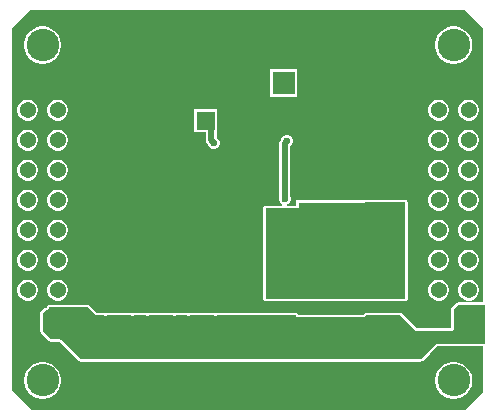
<source format=gbl>
G04*
G04 #@! TF.GenerationSoftware,Altium Limited,Altium Designer,22.3.1 (43)*
G04*
G04 Layer_Physical_Order=2*
G04 Layer_Color=16711680*
%FSLAX25Y25*%
%MOIN*%
G70*
G04*
G04 #@! TF.SameCoordinates,F80411C8-1A31-43C8-AF9B-28CD4ED9FA2C*
G04*
G04*
G04 #@! TF.FilePolarity,Positive*
G04*
G01*
G75*
%ADD21R,0.05924X0.06127*%
%ADD37C,0.01968*%
%ADD38R,0.05394X0.05394*%
%ADD39C,0.05394*%
%ADD40C,0.07677*%
%ADD41R,0.07677X0.07677*%
%ADD42C,0.10827*%
%ADD43C,0.02362*%
%ADD44R,0.21260X0.11417*%
%ADD45R,0.07898X0.07889*%
G36*
X159843Y17717D02*
X143645D01*
X143645Y17717D01*
X143645Y17717D01*
X143307D01*
X140629Y15038D01*
X138303Y12712D01*
X138246Y12655D01*
X138246Y12655D01*
X138245Y12655D01*
X138241Y12654D01*
X138112Y12601D01*
X138109Y12598D01*
X138109Y12598D01*
X138028D01*
X138028Y12598D01*
X81475Y12598D01*
X24964D01*
X24964Y12598D01*
X24883D01*
X24880Y12601D01*
X24751Y12654D01*
X24746Y12655D01*
X24746Y12655D01*
X24746Y12655D01*
X21548Y15854D01*
X18349Y19052D01*
X18349Y19052D01*
X18110Y19291D01*
X15121D01*
X15121Y19291D01*
X15041D01*
X15037Y19294D01*
X14908Y19347D01*
X14904Y19348D01*
X14904Y19348D01*
X14904Y19348D01*
X12262Y21990D01*
X12262Y21990D01*
X12261Y21995D01*
X12261Y21995D01*
X12207Y22124D01*
X12205Y22128D01*
X12205Y22128D01*
Y22208D01*
X12205Y22208D01*
Y25113D01*
Y27792D01*
X12205Y27792D01*
Y27872D01*
X12207Y27876D01*
X12261Y28005D01*
X12262Y28010D01*
X12318Y28066D01*
X12318Y28066D01*
X12989Y28737D01*
X13024Y28760D01*
X13052Y28774D01*
X13061Y28776D01*
X13066Y28775D01*
X13081Y28776D01*
X13088Y28775D01*
X13152Y28779D01*
X13159Y28781D01*
X13201Y28783D01*
X13202D01*
X13208Y28782D01*
X13216Y28783D01*
X13336Y28783D01*
X13362Y28789D01*
X13374Y28794D01*
X13383Y28794D01*
X13428Y28816D01*
X13454Y28827D01*
X13461Y28827D01*
X13472Y28832D01*
X13521Y28841D01*
X13579Y28864D01*
X13632Y28899D01*
X13649Y28906D01*
X13663Y28915D01*
X13679Y28922D01*
X13694Y28933D01*
X13751Y28959D01*
X13801Y28995D01*
X13818Y29003D01*
X13971Y29114D01*
X14003Y29148D01*
X14030Y29167D01*
X14053Y29191D01*
X14091Y29219D01*
X14123Y29254D01*
X14158Y29285D01*
X14186Y29324D01*
X14211Y29346D01*
X14230Y29373D01*
X14230Y29373D01*
X14265Y29404D01*
X14320Y29479D01*
X14354Y29553D01*
X14402Y29619D01*
X14403Y29620D01*
X14421Y29697D01*
X14455Y29768D01*
X14466Y29814D01*
X14466Y29823D01*
X14484Y29847D01*
X14503Y29887D01*
X14530Y29914D01*
X14576Y29921D01*
X27005D01*
X27005Y29921D01*
X27085D01*
X27089Y29919D01*
X27218Y29865D01*
X27222Y29864D01*
X27222Y29864D01*
X27222Y29864D01*
X29682Y27404D01*
X29682Y27404D01*
X29921Y27165D01*
X32748D01*
X33010Y27154D01*
X33028Y27156D01*
X33046Y27153D01*
X33046Y27153D01*
X42544D01*
X42562Y27156D01*
X42581Y27154D01*
X42843Y27165D01*
X46527D01*
X46789Y27154D01*
X46808Y27156D01*
X46826Y27153D01*
X46826Y27153D01*
X56324D01*
X56342Y27156D01*
X56360Y27154D01*
X56622Y27165D01*
X60307D01*
X60569Y27154D01*
X60587Y27156D01*
X60605Y27153D01*
X60605Y27153D01*
X70104D01*
X70122Y27156D01*
X70140Y27154D01*
X70402Y27165D01*
X96557D01*
X96564Y27161D01*
X96619Y27138D01*
X96632Y27125D01*
X96658Y27063D01*
X96694Y27010D01*
X96694Y27010D01*
X96703Y26996D01*
X96733Y26922D01*
X96790Y26865D01*
X96835Y26798D01*
X96902Y26754D01*
X96958Y26697D01*
X97032Y26666D01*
X97100Y26621D01*
X97178Y26606D01*
X97252Y26575D01*
X97252Y26575D01*
X97333Y26575D01*
X97412Y26559D01*
X97412D01*
X97412Y26559D01*
X119124D01*
X119436Y26621D01*
X119569Y26710D01*
X119700Y26798D01*
X119833Y26996D01*
X119833Y26996D01*
X119842Y27010D01*
X119842Y27010D01*
X119877Y27063D01*
X119903Y27125D01*
X119916Y27138D01*
X119972Y27161D01*
X119978Y27165D01*
X131335D01*
X131335Y27165D01*
X131416D01*
X131420Y27163D01*
X131548Y27110D01*
X131553Y27109D01*
X131553Y27108D01*
X131553Y27108D01*
X133160Y25501D01*
X136375Y22286D01*
X136375Y22286D01*
X136614Y22047D01*
X136952D01*
X136952Y22047D01*
X136952Y22047D01*
X148819D01*
X149213Y22441D01*
Y28973D01*
X149213Y28973D01*
Y29054D01*
X149215Y29057D01*
X149268Y29186D01*
X149269Y29191D01*
X149269Y29191D01*
X149269Y29191D01*
X150674Y30595D01*
X150730Y30652D01*
X150731Y30652D01*
X150731Y30652D01*
X150735Y30653D01*
X150864Y30706D01*
X150868Y30709D01*
X150868Y30709D01*
X150948D01*
X150948Y30709D01*
X159843D01*
Y17717D01*
D02*
G37*
G36*
X159055Y122835D02*
Y31524D01*
X150868D01*
X150789Y31509D01*
X150708Y31509D01*
X150634Y31478D01*
X150556Y31462D01*
X150552Y31460D01*
X150423Y31406D01*
X150418Y31405D01*
X150351Y31361D01*
X150277Y31330D01*
X150220Y31273D01*
X150154Y31229D01*
X150097Y31172D01*
X150097Y31172D01*
X150097Y31172D01*
X148693Y29767D01*
X148648Y29701D01*
X148591Y29644D01*
X148561Y29570D01*
X148516Y29503D01*
X148515Y29498D01*
X148515Y29498D01*
X148462Y29370D01*
X148459Y29366D01*
X148443Y29287D01*
X148413Y29213D01*
X148413Y29132D01*
X148397Y29054D01*
Y28973D01*
X148397Y28973D01*
Y22863D01*
X136952D01*
X136952Y22863D01*
X136952Y22863D01*
X134541Y25274D01*
X134541Y25274D01*
X132130Y27685D01*
X132063Y27730D01*
X132006Y27787D01*
X131932Y27817D01*
X131865Y27862D01*
X131860Y27863D01*
X131860Y27863D01*
X131732Y27916D01*
X131728Y27919D01*
X131649Y27935D01*
X131575Y27965D01*
X131495Y27965D01*
X131416Y27981D01*
X131335D01*
X131335Y27981D01*
X119978D01*
X119899Y27965D01*
X119819D01*
X119748Y27951D01*
X119748D01*
X119674Y27920D01*
X119666Y27919D01*
X119659Y27915D01*
X119570Y27877D01*
X119454Y27829D01*
X119454Y27829D01*
X119229Y27604D01*
X119229Y27604D01*
X119211Y27578D01*
X119164Y27463D01*
X119154Y27449D01*
X119124Y27375D01*
X97412D01*
X97412Y27375D01*
X97381Y27449D01*
X97372Y27463D01*
X97324Y27578D01*
X97307Y27604D01*
X97082Y27830D01*
X96876Y27915D01*
X96870Y27919D01*
X96862Y27920D01*
X96788Y27951D01*
X96788D01*
X96717Y27965D01*
X96636D01*
X96557Y27981D01*
X70598D01*
X70384Y27981D01*
X70104Y27969D01*
X70104Y27969D01*
X60605D01*
X60605Y27969D01*
X60325Y27981D01*
X56819D01*
X56604Y27981D01*
X56324Y27969D01*
X56324Y27969D01*
X46826D01*
X46826Y27969D01*
X46545Y27981D01*
X43039D01*
X42825Y27981D01*
X42544Y27969D01*
X42544Y27969D01*
X33046D01*
X33046Y27969D01*
X32766Y27981D01*
X30259D01*
X30259Y27981D01*
X30259Y27981D01*
X30259Y27981D01*
X27799Y30441D01*
X27732Y30486D01*
X27675Y30543D01*
X27601Y30573D01*
X27534Y30618D01*
X27530Y30619D01*
X27530Y30619D01*
X27401Y30672D01*
X27397Y30675D01*
X27319Y30691D01*
X27244Y30721D01*
X27164Y30721D01*
X27085Y30737D01*
X27005D01*
X27005Y30737D01*
X14552D01*
X14532Y30733D01*
X14529Y30733D01*
X14487Y30725D01*
X14430Y30728D01*
X14407Y30724D01*
X14314Y30691D01*
X14217Y30671D01*
X14165Y30637D01*
X14108Y30616D01*
X14034Y30550D01*
X13952Y30495D01*
X13936Y30478D01*
X13904Y30431D01*
X13872Y30402D01*
X13871Y30400D01*
X13856Y30386D01*
X13849Y30376D01*
X13828Y30332D01*
X13810Y30307D01*
X13796Y30278D01*
X13767Y30239D01*
X13746Y30194D01*
X13746Y30194D01*
X13745Y30193D01*
X13745Y30193D01*
X13735Y30163D01*
X13717Y30138D01*
X13711Y30112D01*
X13691Y30077D01*
X13681Y30048D01*
X13679Y30031D01*
X13679Y30028D01*
X13674Y30019D01*
X13674Y30008D01*
X13663Y29963D01*
X13662Y29962D01*
X13607Y29887D01*
X13573Y29855D01*
X13553Y29829D01*
X13527Y29810D01*
X13495Y29775D01*
X13341Y29665D01*
X13324Y29657D01*
X13274Y29621D01*
X13216Y29598D01*
X13203Y29588D01*
X13177Y29583D01*
X13104Y29594D01*
X13039Y29590D01*
X13007Y29594D01*
X12953Y29580D01*
X12898Y29580D01*
X12895Y29580D01*
X12894Y29579D01*
X12893D01*
X12795Y29539D01*
X12699Y29513D01*
X12657Y29482D01*
X12600Y29458D01*
X12600Y29458D01*
X12599Y29457D01*
X12536Y29415D01*
X12479Y29359D01*
X12412Y29314D01*
X11742Y28643D01*
X11742Y28643D01*
X11685Y28586D01*
X11640Y28520D01*
X11584Y28463D01*
X11564Y28415D01*
X11532Y28374D01*
X11524Y28346D01*
X11508Y28322D01*
X11507Y28317D01*
X11507Y28317D01*
X11454Y28188D01*
X11451Y28185D01*
X11435Y28106D01*
X11405Y28032D01*
X11405Y27951D01*
X11389Y27872D01*
Y27792D01*
X11389Y27792D01*
Y25113D01*
Y22128D01*
X11405Y22049D01*
X11405Y21968D01*
X11435Y21894D01*
X11451Y21815D01*
X11454Y21812D01*
X11507Y21683D01*
X11507Y21683D01*
X11508Y21678D01*
X11553Y21611D01*
X11583Y21537D01*
X11640Y21480D01*
X11685Y21414D01*
X14327Y18771D01*
X14394Y18727D01*
X14450Y18670D01*
X14525Y18639D01*
X14592Y18595D01*
X14596Y18594D01*
X14596Y18594D01*
X14725Y18540D01*
X14729Y18538D01*
X14807Y18522D01*
X14882Y18491D01*
X14962Y18491D01*
X15041Y18476D01*
X15121D01*
X15121Y18476D01*
X17772D01*
X17772Y18476D01*
X20971Y15277D01*
X24170Y12078D01*
X24236Y12034D01*
X24293Y11977D01*
X24367Y11946D01*
X24434Y11902D01*
X24439Y11901D01*
X24439Y11901D01*
X24567Y11847D01*
X24571Y11845D01*
X24650Y11829D01*
X24724Y11799D01*
X24805Y11798D01*
X24883Y11783D01*
X24964D01*
X24964Y11783D01*
X81475D01*
X138109Y11783D01*
X138188Y11798D01*
X138268Y11798D01*
X138342Y11829D01*
X138421Y11845D01*
X138425Y11847D01*
X138553Y11901D01*
X138553Y11901D01*
X138558Y11902D01*
X138625Y11947D01*
X138700Y11977D01*
X138756Y12034D01*
X138822Y12078D01*
X138879Y12135D01*
X141205Y14461D01*
X141205Y14461D01*
X143645Y16901D01*
X143645Y16901D01*
X159055D01*
Y1575D01*
X153150Y-4331D01*
X8661D01*
X1969Y2362D01*
Y122835D01*
X8268Y129134D01*
X152756D01*
X159055Y122835D01*
D02*
G37*
%LPC*%
G36*
X12817Y123536D02*
X11593D01*
X10392Y123298D01*
X9262Y122829D01*
X8244Y122149D01*
X7378Y121284D01*
X6698Y120266D01*
X6230Y119135D01*
X5991Y117935D01*
Y116711D01*
X6230Y115510D01*
X6698Y114380D01*
X7378Y113362D01*
X8244Y112496D01*
X9262Y111817D01*
X10392Y111348D01*
X11593Y111109D01*
X12817D01*
X14017Y111348D01*
X15148Y111817D01*
X16166Y112496D01*
X17031Y113362D01*
X17711Y114380D01*
X18179Y115510D01*
X18418Y116711D01*
Y117935D01*
X18179Y119135D01*
X17711Y120266D01*
X17031Y121284D01*
X16166Y122149D01*
X15148Y122829D01*
X14017Y123298D01*
X12817Y123536D01*
D02*
G37*
G36*
X149825Y123536D02*
X148601D01*
X147400Y123298D01*
X146269Y122829D01*
X145252Y122149D01*
X144386Y121284D01*
X143706Y120266D01*
X143238Y119135D01*
X142999Y117935D01*
Y116711D01*
X143238Y115510D01*
X143706Y114380D01*
X144386Y113362D01*
X145252Y112496D01*
X146269Y111817D01*
X147400Y111348D01*
X148601Y111109D01*
X149825D01*
X151025Y111348D01*
X152156Y111817D01*
X153173Y112496D01*
X154039Y113362D01*
X154719Y114380D01*
X155187Y115510D01*
X155426Y116711D01*
Y117935D01*
X155187Y119135D01*
X154719Y120266D01*
X154039Y121284D01*
X153173Y122149D01*
X152156Y122829D01*
X151025Y123298D01*
X149825Y123536D01*
D02*
G37*
G36*
X97158Y109363D02*
X87881D01*
Y100086D01*
X97158D01*
Y109363D01*
D02*
G37*
G36*
X154673Y99127D02*
X153752D01*
X152863Y98888D01*
X152066Y98428D01*
X151414Y97777D01*
X150954Y96980D01*
X150716Y96090D01*
Y95170D01*
X150954Y94280D01*
X151414Y93483D01*
X152066Y92832D01*
X152863Y92371D01*
X153752Y92133D01*
X154673D01*
X155562Y92371D01*
X156360Y92832D01*
X157011Y93483D01*
X157471Y94280D01*
X157709Y95170D01*
Y96090D01*
X157471Y96980D01*
X157011Y97777D01*
X156360Y98428D01*
X155562Y98888D01*
X154673Y99127D01*
D02*
G37*
G36*
X144673D02*
X143752D01*
X142863Y98888D01*
X142066Y98428D01*
X141414Y97777D01*
X140954Y96980D01*
X140716Y96090D01*
Y95170D01*
X140954Y94280D01*
X141414Y93483D01*
X142066Y92832D01*
X142863Y92371D01*
X143752Y92133D01*
X144673D01*
X145562Y92371D01*
X146360Y92832D01*
X147011Y93483D01*
X147471Y94280D01*
X147709Y95170D01*
Y96090D01*
X147471Y96980D01*
X147011Y97777D01*
X146360Y98428D01*
X145562Y98888D01*
X144673Y99127D01*
D02*
G37*
G36*
X17665D02*
X16744D01*
X15855Y98888D01*
X15058Y98428D01*
X14406Y97777D01*
X13946Y96980D01*
X13708Y96090D01*
Y95170D01*
X13946Y94280D01*
X14406Y93483D01*
X15058Y92832D01*
X15855Y92371D01*
X16744Y92133D01*
X17665D01*
X18554Y92371D01*
X19352Y92832D01*
X20003Y93483D01*
X20463Y94280D01*
X20702Y95170D01*
Y96090D01*
X20463Y96980D01*
X20003Y97777D01*
X19352Y98428D01*
X18554Y98888D01*
X17665Y99127D01*
D02*
G37*
G36*
X7665D02*
X6744D01*
X5855Y98888D01*
X5058Y98428D01*
X4407Y97777D01*
X3946Y96980D01*
X3708Y96090D01*
Y95170D01*
X3946Y94280D01*
X4407Y93483D01*
X5058Y92832D01*
X5855Y92371D01*
X6744Y92133D01*
X7665D01*
X8554Y92371D01*
X9352Y92832D01*
X10003Y93483D01*
X10463Y94280D01*
X10702Y95170D01*
Y96090D01*
X10463Y96980D01*
X10003Y97777D01*
X9352Y98428D01*
X8554Y98888D01*
X7665Y99127D01*
D02*
G37*
G36*
X70300Y95989D02*
X62777D01*
Y88263D01*
X66697D01*
Y85527D01*
X66697Y85527D01*
X66835Y84831D01*
X67230Y84241D01*
X67375Y84096D01*
X67612Y83523D01*
X68169Y82966D01*
X68897Y82665D01*
X69685D01*
X70414Y82966D01*
X70971Y83523D01*
X71272Y84252D01*
Y85040D01*
X70971Y85768D01*
X70414Y86325D01*
X70335Y86358D01*
Y90148D01*
X70335Y90148D01*
X70300Y90324D01*
Y95989D01*
D02*
G37*
G36*
X154673Y89127D02*
X153752D01*
X152863Y88889D01*
X152066Y88428D01*
X151414Y87777D01*
X150954Y86980D01*
X150716Y86090D01*
Y85170D01*
X150954Y84280D01*
X151414Y83483D01*
X152066Y82832D01*
X152863Y82371D01*
X153752Y82133D01*
X154673D01*
X155562Y82371D01*
X156360Y82832D01*
X157011Y83483D01*
X157471Y84280D01*
X157709Y85170D01*
Y86090D01*
X157471Y86980D01*
X157011Y87777D01*
X156360Y88428D01*
X155562Y88889D01*
X154673Y89127D01*
D02*
G37*
G36*
X144673D02*
X143752D01*
X142863Y88889D01*
X142066Y88428D01*
X141414Y87777D01*
X140954Y86980D01*
X140716Y86090D01*
Y85170D01*
X140954Y84280D01*
X141414Y83483D01*
X142066Y82832D01*
X142863Y82371D01*
X143752Y82133D01*
X144673D01*
X145562Y82371D01*
X146360Y82832D01*
X147011Y83483D01*
X147471Y84280D01*
X147709Y85170D01*
Y86090D01*
X147471Y86980D01*
X147011Y87777D01*
X146360Y88428D01*
X145562Y88889D01*
X144673Y89127D01*
D02*
G37*
G36*
X17665D02*
X16744D01*
X15855Y88889D01*
X15058Y88428D01*
X14406Y87777D01*
X13946Y86980D01*
X13708Y86090D01*
Y85170D01*
X13946Y84280D01*
X14406Y83483D01*
X15058Y82832D01*
X15855Y82371D01*
X16744Y82133D01*
X17665D01*
X18554Y82371D01*
X19352Y82832D01*
X20003Y83483D01*
X20463Y84280D01*
X20702Y85170D01*
Y86090D01*
X20463Y86980D01*
X20003Y87777D01*
X19352Y88428D01*
X18554Y88889D01*
X17665Y89127D01*
D02*
G37*
G36*
X7665D02*
X6744D01*
X5855Y88889D01*
X5058Y88428D01*
X4407Y87777D01*
X3946Y86980D01*
X3708Y86090D01*
Y85170D01*
X3946Y84280D01*
X4407Y83483D01*
X5058Y82832D01*
X5855Y82371D01*
X6744Y82133D01*
X7665D01*
X8554Y82371D01*
X9352Y82832D01*
X10003Y83483D01*
X10463Y84280D01*
X10702Y85170D01*
Y86090D01*
X10463Y86980D01*
X10003Y87777D01*
X9352Y88428D01*
X8554Y88889D01*
X7665Y89127D01*
D02*
G37*
G36*
X154673Y79127D02*
X153752D01*
X152863Y78888D01*
X152066Y78428D01*
X151414Y77777D01*
X150954Y76980D01*
X150716Y76090D01*
Y75170D01*
X150954Y74280D01*
X151414Y73483D01*
X152066Y72832D01*
X152863Y72371D01*
X153752Y72133D01*
X154673D01*
X155562Y72371D01*
X156360Y72832D01*
X157011Y73483D01*
X157471Y74280D01*
X157709Y75170D01*
Y76090D01*
X157471Y76980D01*
X157011Y77777D01*
X156360Y78428D01*
X155562Y78888D01*
X154673Y79127D01*
D02*
G37*
G36*
X144673D02*
X143752D01*
X142863Y78888D01*
X142066Y78428D01*
X141414Y77777D01*
X140954Y76980D01*
X140716Y76090D01*
Y75170D01*
X140954Y74280D01*
X141414Y73483D01*
X142066Y72832D01*
X142863Y72371D01*
X143752Y72133D01*
X144673D01*
X145562Y72371D01*
X146360Y72832D01*
X147011Y73483D01*
X147471Y74280D01*
X147709Y75170D01*
Y76090D01*
X147471Y76980D01*
X147011Y77777D01*
X146360Y78428D01*
X145562Y78888D01*
X144673Y79127D01*
D02*
G37*
G36*
X17665D02*
X16744D01*
X15855Y78888D01*
X15058Y78428D01*
X14406Y77777D01*
X13946Y76980D01*
X13708Y76090D01*
Y75170D01*
X13946Y74280D01*
X14406Y73483D01*
X15058Y72832D01*
X15855Y72371D01*
X16744Y72133D01*
X17665D01*
X18554Y72371D01*
X19352Y72832D01*
X20003Y73483D01*
X20463Y74280D01*
X20702Y75170D01*
Y76090D01*
X20463Y76980D01*
X20003Y77777D01*
X19352Y78428D01*
X18554Y78888D01*
X17665Y79127D01*
D02*
G37*
G36*
X7665D02*
X6744D01*
X5855Y78888D01*
X5058Y78428D01*
X4407Y77777D01*
X3946Y76980D01*
X3708Y76090D01*
Y75170D01*
X3946Y74280D01*
X4407Y73483D01*
X5058Y72832D01*
X5855Y72371D01*
X6744Y72133D01*
X7665D01*
X8554Y72371D01*
X9352Y72832D01*
X10003Y73483D01*
X10463Y74280D01*
X10702Y75170D01*
Y76090D01*
X10463Y76980D01*
X10003Y77777D01*
X9352Y78428D01*
X8554Y78888D01*
X7665Y79127D01*
D02*
G37*
G36*
X154673Y69127D02*
X153752D01*
X152863Y68888D01*
X152066Y68428D01*
X151414Y67777D01*
X150954Y66980D01*
X150716Y66090D01*
Y65170D01*
X150954Y64280D01*
X151414Y63483D01*
X152066Y62832D01*
X152863Y62371D01*
X153752Y62133D01*
X154673D01*
X155562Y62371D01*
X156360Y62832D01*
X157011Y63483D01*
X157471Y64280D01*
X157709Y65170D01*
Y66090D01*
X157471Y66980D01*
X157011Y67777D01*
X156360Y68428D01*
X155562Y68888D01*
X154673Y69127D01*
D02*
G37*
G36*
X144673D02*
X143752D01*
X142863Y68888D01*
X142066Y68428D01*
X141414Y67777D01*
X140954Y66980D01*
X140716Y66090D01*
Y65170D01*
X140954Y64280D01*
X141414Y63483D01*
X142066Y62832D01*
X142863Y62371D01*
X143752Y62133D01*
X144673D01*
X145562Y62371D01*
X146360Y62832D01*
X147011Y63483D01*
X147471Y64280D01*
X147709Y65170D01*
Y66090D01*
X147471Y66980D01*
X147011Y67777D01*
X146360Y68428D01*
X145562Y68888D01*
X144673Y69127D01*
D02*
G37*
G36*
X17665D02*
X16744D01*
X15855Y68888D01*
X15058Y68428D01*
X14406Y67777D01*
X13946Y66980D01*
X13708Y66090D01*
Y65170D01*
X13946Y64280D01*
X14406Y63483D01*
X15058Y62832D01*
X15855Y62371D01*
X16744Y62133D01*
X17665D01*
X18554Y62371D01*
X19352Y62832D01*
X20003Y63483D01*
X20463Y64280D01*
X20702Y65170D01*
Y66090D01*
X20463Y66980D01*
X20003Y67777D01*
X19352Y68428D01*
X18554Y68888D01*
X17665Y69127D01*
D02*
G37*
G36*
X7665D02*
X6744D01*
X5855Y68888D01*
X5058Y68428D01*
X4407Y67777D01*
X3946Y66980D01*
X3708Y66090D01*
Y65170D01*
X3946Y64280D01*
X4407Y63483D01*
X5058Y62832D01*
X5855Y62371D01*
X6744Y62133D01*
X7665D01*
X8554Y62371D01*
X9352Y62832D01*
X10003Y63483D01*
X10463Y64280D01*
X10702Y65170D01*
Y66090D01*
X10463Y66980D01*
X10003Y67777D01*
X9352Y68428D01*
X8554Y68888D01*
X7665Y69127D01*
D02*
G37*
G36*
X154673Y59127D02*
X153752D01*
X152863Y58889D01*
X152066Y58428D01*
X151414Y57777D01*
X150954Y56980D01*
X150716Y56090D01*
Y55170D01*
X150954Y54280D01*
X151414Y53483D01*
X152066Y52832D01*
X152863Y52371D01*
X153752Y52133D01*
X154673D01*
X155562Y52371D01*
X156360Y52832D01*
X157011Y53483D01*
X157471Y54280D01*
X157709Y55170D01*
Y56090D01*
X157471Y56980D01*
X157011Y57777D01*
X156360Y58428D01*
X155562Y58889D01*
X154673Y59127D01*
D02*
G37*
G36*
X144673D02*
X143752D01*
X142863Y58889D01*
X142066Y58428D01*
X141414Y57777D01*
X140954Y56980D01*
X140716Y56090D01*
Y55170D01*
X140954Y54280D01*
X141414Y53483D01*
X142066Y52832D01*
X142863Y52371D01*
X143752Y52133D01*
X144673D01*
X145562Y52371D01*
X146360Y52832D01*
X147011Y53483D01*
X147471Y54280D01*
X147709Y55170D01*
Y56090D01*
X147471Y56980D01*
X147011Y57777D01*
X146360Y58428D01*
X145562Y58889D01*
X144673Y59127D01*
D02*
G37*
G36*
X17665D02*
X16744D01*
X15855Y58889D01*
X15058Y58428D01*
X14406Y57777D01*
X13946Y56980D01*
X13708Y56090D01*
Y55170D01*
X13946Y54280D01*
X14406Y53483D01*
X15058Y52832D01*
X15855Y52371D01*
X16744Y52133D01*
X17665D01*
X18554Y52371D01*
X19352Y52832D01*
X20003Y53483D01*
X20463Y54280D01*
X20702Y55170D01*
Y56090D01*
X20463Y56980D01*
X20003Y57777D01*
X19352Y58428D01*
X18554Y58889D01*
X17665Y59127D01*
D02*
G37*
G36*
X7665D02*
X6744D01*
X5855Y58889D01*
X5058Y58428D01*
X4407Y57777D01*
X3946Y56980D01*
X3708Y56090D01*
Y55170D01*
X3946Y54280D01*
X4407Y53483D01*
X5058Y52832D01*
X5855Y52371D01*
X6744Y52133D01*
X7665D01*
X8554Y52371D01*
X9352Y52832D01*
X10003Y53483D01*
X10463Y54280D01*
X10702Y55170D01*
Y56090D01*
X10463Y56980D01*
X10003Y57777D01*
X9352Y58428D01*
X8554Y58889D01*
X7665Y59127D01*
D02*
G37*
G36*
X154673Y49127D02*
X153752D01*
X152863Y48888D01*
X152066Y48428D01*
X151414Y47777D01*
X150954Y46980D01*
X150716Y46090D01*
Y45169D01*
X150954Y44280D01*
X151414Y43483D01*
X152066Y42832D01*
X152863Y42371D01*
X153752Y42133D01*
X154673D01*
X155562Y42371D01*
X156360Y42832D01*
X157011Y43483D01*
X157471Y44280D01*
X157709Y45169D01*
Y46090D01*
X157471Y46980D01*
X157011Y47777D01*
X156360Y48428D01*
X155562Y48888D01*
X154673Y49127D01*
D02*
G37*
G36*
X144673D02*
X143752D01*
X142863Y48888D01*
X142066Y48428D01*
X141414Y47777D01*
X140954Y46980D01*
X140716Y46090D01*
Y45169D01*
X140954Y44280D01*
X141414Y43483D01*
X142066Y42832D01*
X142863Y42371D01*
X143752Y42133D01*
X144673D01*
X145562Y42371D01*
X146360Y42832D01*
X147011Y43483D01*
X147471Y44280D01*
X147709Y45169D01*
Y46090D01*
X147471Y46980D01*
X147011Y47777D01*
X146360Y48428D01*
X145562Y48888D01*
X144673Y49127D01*
D02*
G37*
G36*
X17665D02*
X16744D01*
X15855Y48888D01*
X15058Y48428D01*
X14406Y47777D01*
X13946Y46980D01*
X13708Y46090D01*
Y45169D01*
X13946Y44280D01*
X14406Y43483D01*
X15058Y42832D01*
X15855Y42371D01*
X16744Y42133D01*
X17665D01*
X18554Y42371D01*
X19352Y42832D01*
X20003Y43483D01*
X20463Y44280D01*
X20702Y45169D01*
Y46090D01*
X20463Y46980D01*
X20003Y47777D01*
X19352Y48428D01*
X18554Y48888D01*
X17665Y49127D01*
D02*
G37*
G36*
X7665D02*
X6744D01*
X5855Y48888D01*
X5058Y48428D01*
X4407Y47777D01*
X3946Y46980D01*
X3708Y46090D01*
Y45169D01*
X3946Y44280D01*
X4407Y43483D01*
X5058Y42832D01*
X5855Y42371D01*
X6744Y42133D01*
X7665D01*
X8554Y42371D01*
X9352Y42832D01*
X10003Y43483D01*
X10463Y44280D01*
X10702Y45169D01*
Y46090D01*
X10463Y46980D01*
X10003Y47777D01*
X9352Y48428D01*
X8554Y48888D01*
X7665Y49127D01*
D02*
G37*
G36*
X154673Y39127D02*
X153752D01*
X152863Y38888D01*
X152066Y38428D01*
X151414Y37777D01*
X150954Y36980D01*
X150716Y36090D01*
Y35170D01*
X150954Y34280D01*
X151414Y33483D01*
X152066Y32832D01*
X152863Y32371D01*
X153752Y32133D01*
X154673D01*
X155562Y32371D01*
X156360Y32832D01*
X157011Y33483D01*
X157471Y34280D01*
X157709Y35170D01*
Y36090D01*
X157471Y36980D01*
X157011Y37777D01*
X156360Y38428D01*
X155562Y38888D01*
X154673Y39127D01*
D02*
G37*
G36*
X144673D02*
X143752D01*
X142863Y38888D01*
X142066Y38428D01*
X141414Y37777D01*
X140954Y36980D01*
X140716Y36090D01*
Y35170D01*
X140954Y34280D01*
X141414Y33483D01*
X142066Y32832D01*
X142863Y32371D01*
X143752Y32133D01*
X144673D01*
X145562Y32371D01*
X146360Y32832D01*
X147011Y33483D01*
X147471Y34280D01*
X147709Y35170D01*
Y36090D01*
X147471Y36980D01*
X147011Y37777D01*
X146360Y38428D01*
X145562Y38888D01*
X144673Y39127D01*
D02*
G37*
G36*
X17665D02*
X16744D01*
X15855Y38888D01*
X15058Y38428D01*
X14406Y37777D01*
X13946Y36980D01*
X13708Y36090D01*
Y35170D01*
X13946Y34280D01*
X14406Y33483D01*
X15058Y32832D01*
X15855Y32371D01*
X16744Y32133D01*
X17665D01*
X18554Y32371D01*
X19352Y32832D01*
X20003Y33483D01*
X20463Y34280D01*
X20702Y35170D01*
Y36090D01*
X20463Y36980D01*
X20003Y37777D01*
X19352Y38428D01*
X18554Y38888D01*
X17665Y39127D01*
D02*
G37*
G36*
X7665D02*
X6744D01*
X5855Y38888D01*
X5058Y38428D01*
X4407Y37777D01*
X3946Y36980D01*
X3708Y36090D01*
Y35170D01*
X3946Y34280D01*
X4407Y33483D01*
X5058Y32832D01*
X5855Y32371D01*
X6744Y32133D01*
X7665D01*
X8554Y32371D01*
X9352Y32832D01*
X10003Y33483D01*
X10463Y34280D01*
X10702Y35170D01*
Y36090D01*
X10463Y36980D01*
X10003Y37777D01*
X9352Y38428D01*
X8554Y38888D01*
X7665Y39127D01*
D02*
G37*
G36*
X94095Y87414D02*
X93307D01*
X92579Y87113D01*
X92021Y86555D01*
X91784Y85983D01*
X91627Y85826D01*
X91233Y85235D01*
X91094Y84539D01*
X91094Y84539D01*
Y66927D01*
X90932Y66536D01*
Y65748D01*
X91234Y65020D01*
X91791Y64462D01*
X92164Y64308D01*
X92065Y63808D01*
X86774D01*
X86774Y63808D01*
X86693D01*
X86614Y63792D01*
X86534Y63792D01*
X86472Y63767D01*
X86407Y63756D01*
X86407Y63756D01*
X86395Y63748D01*
X86381Y63746D01*
X86370Y63738D01*
X86370Y63738D01*
X86366Y63736D01*
X86361Y63735D01*
X86361Y63735D01*
X86309Y63699D01*
X86240Y63670D01*
X86229Y63663D01*
X86205Y63639D01*
X86192Y63630D01*
X86172Y63610D01*
X86136Y63588D01*
X86128Y63577D01*
X86106Y63562D01*
X86082Y63538D01*
X86068Y63529D01*
X86048Y63508D01*
X86048Y63508D01*
X86048Y63508D01*
X86007Y63447D01*
X85975Y63420D01*
X85968Y63407D01*
X85967Y63405D01*
X85964Y63398D01*
X85964Y63398D01*
X85943Y63377D01*
X85936Y63366D01*
X85908Y63300D01*
X85871Y63244D01*
X85871Y63244D01*
X85871Y63243D01*
X85868Y63236D01*
X85861Y63225D01*
X85851Y63179D01*
X85830Y63137D01*
X85830Y63137D01*
X85827Y63103D01*
X85814Y63072D01*
X85814Y62992D01*
X85799Y62913D01*
Y32837D01*
X85799Y32836D01*
Y32756D01*
X85814Y32677D01*
X85814Y32597D01*
X85840Y32535D01*
X85851Y32470D01*
X85851Y32470D01*
X85858Y32458D01*
X85861Y32444D01*
X85868Y32433D01*
X85868Y32433D01*
X85871Y32429D01*
X85872Y32424D01*
X85872Y32424D01*
X85908Y32372D01*
X85936Y32303D01*
X85943Y32292D01*
X85967Y32268D01*
X85976Y32255D01*
X85996Y32235D01*
X86018Y32199D01*
X86030Y32191D01*
X86045Y32168D01*
X86069Y32145D01*
X86077Y32131D01*
X86098Y32111D01*
X86098Y32111D01*
X86098Y32111D01*
X86159Y32070D01*
X86186Y32038D01*
X86200Y32031D01*
X86201Y32030D01*
X86208Y32027D01*
X86209Y32027D01*
X86229Y32006D01*
X86240Y31999D01*
X86307Y31971D01*
X86363Y31934D01*
X86363Y31934D01*
X86363Y31934D01*
X86370Y31931D01*
X86381Y31924D01*
X86427Y31914D01*
X86469Y31893D01*
X86469Y31893D01*
X86503Y31890D01*
X86534Y31877D01*
X86615Y31877D01*
X86693Y31861D01*
X132912D01*
X132912Y31861D01*
X132992D01*
X133071Y31877D01*
X133151Y31877D01*
X133213Y31903D01*
X133278Y31914D01*
X133278Y31914D01*
X133290Y31921D01*
X133304Y31924D01*
X133315Y31931D01*
X133315Y31931D01*
X133319Y31934D01*
X133324Y31935D01*
X133324Y31935D01*
X133376Y31971D01*
X133445Y31999D01*
X133456Y32006D01*
X133480Y32030D01*
X133493Y32039D01*
X133513Y32059D01*
X133549Y32081D01*
X133557Y32093D01*
X133580Y32108D01*
X133603Y32132D01*
X133617Y32140D01*
X133637Y32161D01*
X133637Y32161D01*
X133637Y32161D01*
X133678Y32222D01*
X133710Y32249D01*
X133717Y32263D01*
X133718Y32264D01*
X133721Y32271D01*
X133721Y32272D01*
X133742Y32292D01*
X133749Y32303D01*
X133777Y32370D01*
X133814Y32426D01*
X133814Y32426D01*
X133814Y32426D01*
X133817Y32433D01*
X133825Y32444D01*
X133834Y32490D01*
X133855Y32532D01*
X133855Y32532D01*
X133858Y32566D01*
X133871Y32597D01*
X133871Y32678D01*
X133887Y32756D01*
Y64801D01*
X133887Y64801D01*
Y64882D01*
X133871Y64961D01*
X133871Y65041D01*
X133845Y65102D01*
X133835Y65168D01*
X133835Y65168D01*
X133827Y65180D01*
X133824Y65194D01*
X133817Y65205D01*
X133817Y65205D01*
X133814Y65209D01*
X133813Y65214D01*
X133813Y65214D01*
X133777Y65266D01*
X133749Y65335D01*
X133742Y65346D01*
X133718Y65370D01*
X133709Y65383D01*
X133689Y65403D01*
X133667Y65438D01*
X133655Y65447D01*
X133640Y65469D01*
X133616Y65493D01*
X133608Y65506D01*
X133587Y65527D01*
X133587Y65527D01*
X133587Y65527D01*
X133526Y65568D01*
X133499Y65599D01*
X133485Y65606D01*
X133484Y65608D01*
X133477Y65611D01*
X133476Y65611D01*
X133456Y65632D01*
X133445Y65639D01*
X133378Y65667D01*
X133322Y65704D01*
X133322Y65704D01*
X133322Y65704D01*
X133315Y65707D01*
X133304Y65714D01*
X133258Y65723D01*
X133216Y65745D01*
X133216Y65745D01*
X133182Y65748D01*
X133151Y65761D01*
X133071Y65761D01*
X132992Y65776D01*
X119978D01*
X119899Y65761D01*
X119819D01*
X119745Y65746D01*
X119670Y65715D01*
X119666Y65714D01*
X119662Y65712D01*
X119451Y65624D01*
X119360Y65564D01*
X119360Y65564D01*
X96838D01*
Y63932D01*
X96822Y63853D01*
Y63808D01*
X93762D01*
X93663Y64308D01*
X94036Y64462D01*
X94593Y65020D01*
X94894Y65748D01*
Y66536D01*
X94733Y66927D01*
Y83716D01*
X94823Y83754D01*
X95380Y84311D01*
X95682Y85039D01*
Y85827D01*
X95380Y86555D01*
X94823Y87113D01*
X94095Y87414D01*
D02*
G37*
G36*
X149825Y11725D02*
X148601D01*
X147400Y11486D01*
X146269Y11018D01*
X145252Y10338D01*
X144386Y9473D01*
X143706Y8455D01*
X143238Y7324D01*
X142999Y6124D01*
Y4900D01*
X143238Y3699D01*
X143706Y2569D01*
X144386Y1551D01*
X145252Y685D01*
X146269Y6D01*
X147400Y-463D01*
X148601Y-702D01*
X149825D01*
X151025Y-463D01*
X152156Y6D01*
X153173Y685D01*
X154039Y1551D01*
X154719Y2569D01*
X155187Y3699D01*
X155426Y4900D01*
Y6124D01*
X155187Y7324D01*
X154719Y8455D01*
X154039Y9473D01*
X153173Y10338D01*
X152156Y11018D01*
X151025Y11486D01*
X149825Y11725D01*
D02*
G37*
G36*
X12817D02*
X11593D01*
X10392Y11486D01*
X9262Y11018D01*
X8244Y10338D01*
X7378Y9473D01*
X6698Y8455D01*
X6230Y7324D01*
X5991Y6124D01*
Y4900D01*
X6230Y3699D01*
X6698Y2569D01*
X7378Y1551D01*
X8244Y685D01*
X9262Y6D01*
X10392Y-463D01*
X11593Y-702D01*
X12817D01*
X14017Y-463D01*
X15148Y6D01*
X16166Y685D01*
X17031Y1551D01*
X17711Y2569D01*
X18179Y3699D01*
X18418Y4900D01*
Y6124D01*
X18179Y7324D01*
X17711Y8455D01*
X17031Y9473D01*
X16166Y10338D01*
X15148Y11018D01*
X14017Y11486D01*
X12817Y11725D01*
D02*
G37*
%LPD*%
G36*
X132992Y64961D02*
X133003Y64953D01*
X133010Y64950D01*
X133031Y64930D01*
X133040Y64916D01*
X133064Y64893D01*
X133064Y64892D01*
X133071Y64882D01*
X133071Y64882D01*
Y64801D01*
X133071Y64801D01*
Y32756D01*
X133071Y32756D01*
X133064Y32745D01*
X133061Y32738D01*
X133040Y32717D01*
X133027Y32708D01*
X133003Y32684D01*
X133003Y32684D01*
X132992Y32677D01*
X132992Y32677D01*
X132912D01*
X132912Y32677D01*
X86693D01*
X86693Y32677D01*
X86682Y32684D01*
X86675Y32688D01*
X86654Y32708D01*
X86645Y32721D01*
X86621Y32745D01*
X86621Y32745D01*
X86614Y32756D01*
X86614Y32756D01*
Y32836D01*
X86614Y32837D01*
Y62913D01*
X86614Y62913D01*
X86621Y62924D01*
X86625Y62932D01*
X86645Y62952D01*
X86658Y62961D01*
X86682Y62985D01*
X86682Y62985D01*
X86693Y62992D01*
X86693Y62992D01*
X86774D01*
X86774Y62992D01*
X97638D01*
Y63853D01*
X97650Y63892D01*
X97646Y63932D01*
X97654Y63972D01*
Y64748D01*
X119360D01*
X119439Y64764D01*
X119519D01*
X119594Y64794D01*
X119673Y64810D01*
X119739Y64855D01*
X119814Y64886D01*
X119904Y64946D01*
X119978Y64961D01*
X132992D01*
X132992Y64961D01*
D02*
G37*
D21*
X66539Y92126D02*
D03*
X59446D02*
D03*
D37*
X108268Y20866D02*
X149449D01*
X154213Y25630D01*
X105910Y23224D02*
X108268Y20866D01*
X65354Y23224D02*
X105910D01*
X37795D02*
X51575D01*
X65354D01*
X68516Y85527D02*
Y90148D01*
X69291Y84646D02*
Y84752D01*
X66539Y92126D02*
X68516Y90148D01*
Y85527D02*
X69291Y84752D01*
X92913Y84539D02*
X93701Y85326D01*
X92913Y66142D02*
Y84539D01*
X93701Y85326D02*
Y85433D01*
D38*
X154213Y25630D02*
D03*
X17205D02*
D03*
D39*
X144213D02*
D03*
X154213Y35630D02*
D03*
X144213D02*
D03*
X154213Y45630D02*
D03*
X144213D02*
D03*
X154213Y55630D02*
D03*
X144213D02*
D03*
X154213Y65630D02*
D03*
X144213D02*
D03*
X154213Y75630D02*
D03*
X144213D02*
D03*
X154213Y85630D02*
D03*
X144213D02*
D03*
X154213Y95630D02*
D03*
X144213D02*
D03*
X7205Y25630D02*
D03*
X17205Y35630D02*
D03*
X7205D02*
D03*
X17205Y45630D02*
D03*
X7205D02*
D03*
X17205Y55630D02*
D03*
X7205D02*
D03*
X17205Y65630D02*
D03*
X7205D02*
D03*
X17205Y75630D02*
D03*
X7205D02*
D03*
X17205Y85630D02*
D03*
X7205D02*
D03*
X17205Y95630D02*
D03*
X7205D02*
D03*
D40*
X112205Y104724D02*
D03*
D41*
X92520D02*
D03*
D42*
X149213Y117323D02*
D03*
Y5512D02*
D03*
X12205D02*
D03*
Y117323D02*
D03*
D43*
X107087Y73228D02*
D03*
Y81496D02*
D03*
X44488Y24409D02*
D03*
X94882Y47638D02*
D03*
X90158D02*
D03*
X94882Y52756D02*
D03*
X90158D02*
D03*
X94882Y58268D02*
D03*
X90158D02*
D03*
X61024Y67323D02*
D03*
Y73622D02*
D03*
X82284Y58268D02*
D03*
X97638Y73228D02*
D03*
Y81496D02*
D03*
X66535Y67323D02*
D03*
Y73622D02*
D03*
X86614Y76772D02*
D03*
Y71653D02*
D03*
X80709D02*
D03*
Y76772D02*
D03*
X74803D02*
D03*
Y71653D02*
D03*
X92913Y66142D02*
D03*
X93701Y85433D02*
D03*
X69291Y84646D02*
D03*
D44*
X108268Y59055D02*
D03*
Y20866D02*
D03*
D45*
X51575Y23224D02*
D03*
X37795D02*
D03*
X65354D02*
D03*
Y33469D02*
D03*
X37795D02*
D03*
X51575D02*
D03*
M02*

</source>
